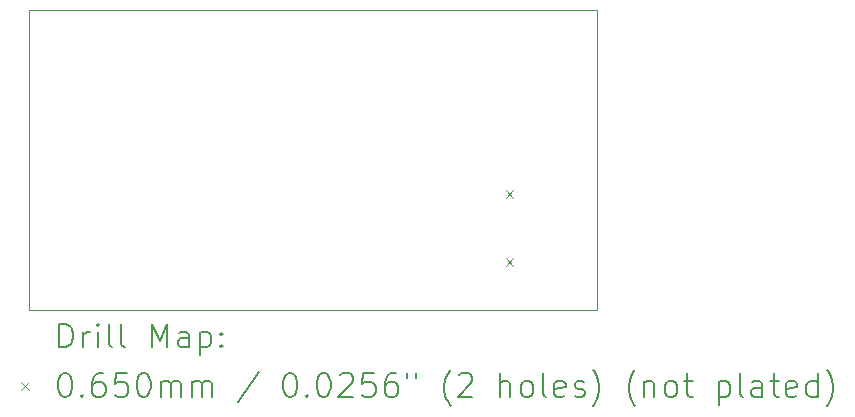
<source format=gbr>
%TF.GenerationSoftware,KiCad,Pcbnew,7.0.9*%
%TF.CreationDate,2024-05-05T23:46:52+02:00*%
%TF.ProjectId,esp32_c3_custom_board,65737033-325f-4633-935f-637573746f6d,rev?*%
%TF.SameCoordinates,Original*%
%TF.FileFunction,Drillmap*%
%TF.FilePolarity,Positive*%
%FSLAX45Y45*%
G04 Gerber Fmt 4.5, Leading zero omitted, Abs format (unit mm)*
G04 Created by KiCad (PCBNEW 7.0.9) date 2024-05-05 23:46:52*
%MOMM*%
%LPD*%
G01*
G04 APERTURE LIST*
%ADD10C,0.100000*%
%ADD11C,0.200000*%
G04 APERTURE END LIST*
D10*
X11054080Y-13111480D02*
X15859760Y-13111480D01*
X15859760Y-15651480D01*
X11054080Y-15651480D01*
X11054080Y-13111480D01*
D11*
D10*
X15088020Y-14638020D02*
X15153020Y-14703020D01*
X15153020Y-14638020D02*
X15088020Y-14703020D01*
X15088020Y-15216020D02*
X15153020Y-15281020D01*
X15153020Y-15216020D02*
X15088020Y-15281020D01*
D11*
X11309857Y-15967964D02*
X11309857Y-15767964D01*
X11309857Y-15767964D02*
X11357476Y-15767964D01*
X11357476Y-15767964D02*
X11386047Y-15777488D01*
X11386047Y-15777488D02*
X11405095Y-15796535D01*
X11405095Y-15796535D02*
X11414619Y-15815583D01*
X11414619Y-15815583D02*
X11424142Y-15853678D01*
X11424142Y-15853678D02*
X11424142Y-15882249D01*
X11424142Y-15882249D02*
X11414619Y-15920345D01*
X11414619Y-15920345D02*
X11405095Y-15939392D01*
X11405095Y-15939392D02*
X11386047Y-15958440D01*
X11386047Y-15958440D02*
X11357476Y-15967964D01*
X11357476Y-15967964D02*
X11309857Y-15967964D01*
X11509857Y-15967964D02*
X11509857Y-15834630D01*
X11509857Y-15872726D02*
X11519381Y-15853678D01*
X11519381Y-15853678D02*
X11528904Y-15844154D01*
X11528904Y-15844154D02*
X11547952Y-15834630D01*
X11547952Y-15834630D02*
X11567000Y-15834630D01*
X11633666Y-15967964D02*
X11633666Y-15834630D01*
X11633666Y-15767964D02*
X11624142Y-15777488D01*
X11624142Y-15777488D02*
X11633666Y-15787011D01*
X11633666Y-15787011D02*
X11643190Y-15777488D01*
X11643190Y-15777488D02*
X11633666Y-15767964D01*
X11633666Y-15767964D02*
X11633666Y-15787011D01*
X11757476Y-15967964D02*
X11738428Y-15958440D01*
X11738428Y-15958440D02*
X11728904Y-15939392D01*
X11728904Y-15939392D02*
X11728904Y-15767964D01*
X11862238Y-15967964D02*
X11843190Y-15958440D01*
X11843190Y-15958440D02*
X11833666Y-15939392D01*
X11833666Y-15939392D02*
X11833666Y-15767964D01*
X12090809Y-15967964D02*
X12090809Y-15767964D01*
X12090809Y-15767964D02*
X12157476Y-15910821D01*
X12157476Y-15910821D02*
X12224142Y-15767964D01*
X12224142Y-15767964D02*
X12224142Y-15967964D01*
X12405095Y-15967964D02*
X12405095Y-15863202D01*
X12405095Y-15863202D02*
X12395571Y-15844154D01*
X12395571Y-15844154D02*
X12376523Y-15834630D01*
X12376523Y-15834630D02*
X12338428Y-15834630D01*
X12338428Y-15834630D02*
X12319381Y-15844154D01*
X12405095Y-15958440D02*
X12386047Y-15967964D01*
X12386047Y-15967964D02*
X12338428Y-15967964D01*
X12338428Y-15967964D02*
X12319381Y-15958440D01*
X12319381Y-15958440D02*
X12309857Y-15939392D01*
X12309857Y-15939392D02*
X12309857Y-15920345D01*
X12309857Y-15920345D02*
X12319381Y-15901297D01*
X12319381Y-15901297D02*
X12338428Y-15891773D01*
X12338428Y-15891773D02*
X12386047Y-15891773D01*
X12386047Y-15891773D02*
X12405095Y-15882249D01*
X12500333Y-15834630D02*
X12500333Y-16034630D01*
X12500333Y-15844154D02*
X12519381Y-15834630D01*
X12519381Y-15834630D02*
X12557476Y-15834630D01*
X12557476Y-15834630D02*
X12576523Y-15844154D01*
X12576523Y-15844154D02*
X12586047Y-15853678D01*
X12586047Y-15853678D02*
X12595571Y-15872726D01*
X12595571Y-15872726D02*
X12595571Y-15929868D01*
X12595571Y-15929868D02*
X12586047Y-15948916D01*
X12586047Y-15948916D02*
X12576523Y-15958440D01*
X12576523Y-15958440D02*
X12557476Y-15967964D01*
X12557476Y-15967964D02*
X12519381Y-15967964D01*
X12519381Y-15967964D02*
X12500333Y-15958440D01*
X12681285Y-15948916D02*
X12690809Y-15958440D01*
X12690809Y-15958440D02*
X12681285Y-15967964D01*
X12681285Y-15967964D02*
X12671762Y-15958440D01*
X12671762Y-15958440D02*
X12681285Y-15948916D01*
X12681285Y-15948916D02*
X12681285Y-15967964D01*
X12681285Y-15844154D02*
X12690809Y-15853678D01*
X12690809Y-15853678D02*
X12681285Y-15863202D01*
X12681285Y-15863202D02*
X12671762Y-15853678D01*
X12671762Y-15853678D02*
X12681285Y-15844154D01*
X12681285Y-15844154D02*
X12681285Y-15863202D01*
D10*
X10984080Y-16263980D02*
X11049080Y-16328980D01*
X11049080Y-16263980D02*
X10984080Y-16328980D01*
D11*
X11347952Y-16187964D02*
X11367000Y-16187964D01*
X11367000Y-16187964D02*
X11386047Y-16197488D01*
X11386047Y-16197488D02*
X11395571Y-16207011D01*
X11395571Y-16207011D02*
X11405095Y-16226059D01*
X11405095Y-16226059D02*
X11414619Y-16264154D01*
X11414619Y-16264154D02*
X11414619Y-16311773D01*
X11414619Y-16311773D02*
X11405095Y-16349868D01*
X11405095Y-16349868D02*
X11395571Y-16368916D01*
X11395571Y-16368916D02*
X11386047Y-16378440D01*
X11386047Y-16378440D02*
X11367000Y-16387964D01*
X11367000Y-16387964D02*
X11347952Y-16387964D01*
X11347952Y-16387964D02*
X11328904Y-16378440D01*
X11328904Y-16378440D02*
X11319381Y-16368916D01*
X11319381Y-16368916D02*
X11309857Y-16349868D01*
X11309857Y-16349868D02*
X11300333Y-16311773D01*
X11300333Y-16311773D02*
X11300333Y-16264154D01*
X11300333Y-16264154D02*
X11309857Y-16226059D01*
X11309857Y-16226059D02*
X11319381Y-16207011D01*
X11319381Y-16207011D02*
X11328904Y-16197488D01*
X11328904Y-16197488D02*
X11347952Y-16187964D01*
X11500333Y-16368916D02*
X11509857Y-16378440D01*
X11509857Y-16378440D02*
X11500333Y-16387964D01*
X11500333Y-16387964D02*
X11490809Y-16378440D01*
X11490809Y-16378440D02*
X11500333Y-16368916D01*
X11500333Y-16368916D02*
X11500333Y-16387964D01*
X11681285Y-16187964D02*
X11643190Y-16187964D01*
X11643190Y-16187964D02*
X11624142Y-16197488D01*
X11624142Y-16197488D02*
X11614619Y-16207011D01*
X11614619Y-16207011D02*
X11595571Y-16235583D01*
X11595571Y-16235583D02*
X11586047Y-16273678D01*
X11586047Y-16273678D02*
X11586047Y-16349868D01*
X11586047Y-16349868D02*
X11595571Y-16368916D01*
X11595571Y-16368916D02*
X11605095Y-16378440D01*
X11605095Y-16378440D02*
X11624142Y-16387964D01*
X11624142Y-16387964D02*
X11662238Y-16387964D01*
X11662238Y-16387964D02*
X11681285Y-16378440D01*
X11681285Y-16378440D02*
X11690809Y-16368916D01*
X11690809Y-16368916D02*
X11700333Y-16349868D01*
X11700333Y-16349868D02*
X11700333Y-16302249D01*
X11700333Y-16302249D02*
X11690809Y-16283202D01*
X11690809Y-16283202D02*
X11681285Y-16273678D01*
X11681285Y-16273678D02*
X11662238Y-16264154D01*
X11662238Y-16264154D02*
X11624142Y-16264154D01*
X11624142Y-16264154D02*
X11605095Y-16273678D01*
X11605095Y-16273678D02*
X11595571Y-16283202D01*
X11595571Y-16283202D02*
X11586047Y-16302249D01*
X11881285Y-16187964D02*
X11786047Y-16187964D01*
X11786047Y-16187964D02*
X11776523Y-16283202D01*
X11776523Y-16283202D02*
X11786047Y-16273678D01*
X11786047Y-16273678D02*
X11805095Y-16264154D01*
X11805095Y-16264154D02*
X11852714Y-16264154D01*
X11852714Y-16264154D02*
X11871762Y-16273678D01*
X11871762Y-16273678D02*
X11881285Y-16283202D01*
X11881285Y-16283202D02*
X11890809Y-16302249D01*
X11890809Y-16302249D02*
X11890809Y-16349868D01*
X11890809Y-16349868D02*
X11881285Y-16368916D01*
X11881285Y-16368916D02*
X11871762Y-16378440D01*
X11871762Y-16378440D02*
X11852714Y-16387964D01*
X11852714Y-16387964D02*
X11805095Y-16387964D01*
X11805095Y-16387964D02*
X11786047Y-16378440D01*
X11786047Y-16378440D02*
X11776523Y-16368916D01*
X12014619Y-16187964D02*
X12033666Y-16187964D01*
X12033666Y-16187964D02*
X12052714Y-16197488D01*
X12052714Y-16197488D02*
X12062238Y-16207011D01*
X12062238Y-16207011D02*
X12071762Y-16226059D01*
X12071762Y-16226059D02*
X12081285Y-16264154D01*
X12081285Y-16264154D02*
X12081285Y-16311773D01*
X12081285Y-16311773D02*
X12071762Y-16349868D01*
X12071762Y-16349868D02*
X12062238Y-16368916D01*
X12062238Y-16368916D02*
X12052714Y-16378440D01*
X12052714Y-16378440D02*
X12033666Y-16387964D01*
X12033666Y-16387964D02*
X12014619Y-16387964D01*
X12014619Y-16387964D02*
X11995571Y-16378440D01*
X11995571Y-16378440D02*
X11986047Y-16368916D01*
X11986047Y-16368916D02*
X11976523Y-16349868D01*
X11976523Y-16349868D02*
X11967000Y-16311773D01*
X11967000Y-16311773D02*
X11967000Y-16264154D01*
X11967000Y-16264154D02*
X11976523Y-16226059D01*
X11976523Y-16226059D02*
X11986047Y-16207011D01*
X11986047Y-16207011D02*
X11995571Y-16197488D01*
X11995571Y-16197488D02*
X12014619Y-16187964D01*
X12167000Y-16387964D02*
X12167000Y-16254630D01*
X12167000Y-16273678D02*
X12176523Y-16264154D01*
X12176523Y-16264154D02*
X12195571Y-16254630D01*
X12195571Y-16254630D02*
X12224143Y-16254630D01*
X12224143Y-16254630D02*
X12243190Y-16264154D01*
X12243190Y-16264154D02*
X12252714Y-16283202D01*
X12252714Y-16283202D02*
X12252714Y-16387964D01*
X12252714Y-16283202D02*
X12262238Y-16264154D01*
X12262238Y-16264154D02*
X12281285Y-16254630D01*
X12281285Y-16254630D02*
X12309857Y-16254630D01*
X12309857Y-16254630D02*
X12328904Y-16264154D01*
X12328904Y-16264154D02*
X12338428Y-16283202D01*
X12338428Y-16283202D02*
X12338428Y-16387964D01*
X12433666Y-16387964D02*
X12433666Y-16254630D01*
X12433666Y-16273678D02*
X12443190Y-16264154D01*
X12443190Y-16264154D02*
X12462238Y-16254630D01*
X12462238Y-16254630D02*
X12490809Y-16254630D01*
X12490809Y-16254630D02*
X12509857Y-16264154D01*
X12509857Y-16264154D02*
X12519381Y-16283202D01*
X12519381Y-16283202D02*
X12519381Y-16387964D01*
X12519381Y-16283202D02*
X12528904Y-16264154D01*
X12528904Y-16264154D02*
X12547952Y-16254630D01*
X12547952Y-16254630D02*
X12576523Y-16254630D01*
X12576523Y-16254630D02*
X12595571Y-16264154D01*
X12595571Y-16264154D02*
X12605095Y-16283202D01*
X12605095Y-16283202D02*
X12605095Y-16387964D01*
X12995571Y-16178440D02*
X12824143Y-16435583D01*
X13252714Y-16187964D02*
X13271762Y-16187964D01*
X13271762Y-16187964D02*
X13290809Y-16197488D01*
X13290809Y-16197488D02*
X13300333Y-16207011D01*
X13300333Y-16207011D02*
X13309857Y-16226059D01*
X13309857Y-16226059D02*
X13319381Y-16264154D01*
X13319381Y-16264154D02*
X13319381Y-16311773D01*
X13319381Y-16311773D02*
X13309857Y-16349868D01*
X13309857Y-16349868D02*
X13300333Y-16368916D01*
X13300333Y-16368916D02*
X13290809Y-16378440D01*
X13290809Y-16378440D02*
X13271762Y-16387964D01*
X13271762Y-16387964D02*
X13252714Y-16387964D01*
X13252714Y-16387964D02*
X13233666Y-16378440D01*
X13233666Y-16378440D02*
X13224143Y-16368916D01*
X13224143Y-16368916D02*
X13214619Y-16349868D01*
X13214619Y-16349868D02*
X13205095Y-16311773D01*
X13205095Y-16311773D02*
X13205095Y-16264154D01*
X13205095Y-16264154D02*
X13214619Y-16226059D01*
X13214619Y-16226059D02*
X13224143Y-16207011D01*
X13224143Y-16207011D02*
X13233666Y-16197488D01*
X13233666Y-16197488D02*
X13252714Y-16187964D01*
X13405095Y-16368916D02*
X13414619Y-16378440D01*
X13414619Y-16378440D02*
X13405095Y-16387964D01*
X13405095Y-16387964D02*
X13395571Y-16378440D01*
X13395571Y-16378440D02*
X13405095Y-16368916D01*
X13405095Y-16368916D02*
X13405095Y-16387964D01*
X13538428Y-16187964D02*
X13557476Y-16187964D01*
X13557476Y-16187964D02*
X13576524Y-16197488D01*
X13576524Y-16197488D02*
X13586047Y-16207011D01*
X13586047Y-16207011D02*
X13595571Y-16226059D01*
X13595571Y-16226059D02*
X13605095Y-16264154D01*
X13605095Y-16264154D02*
X13605095Y-16311773D01*
X13605095Y-16311773D02*
X13595571Y-16349868D01*
X13595571Y-16349868D02*
X13586047Y-16368916D01*
X13586047Y-16368916D02*
X13576524Y-16378440D01*
X13576524Y-16378440D02*
X13557476Y-16387964D01*
X13557476Y-16387964D02*
X13538428Y-16387964D01*
X13538428Y-16387964D02*
X13519381Y-16378440D01*
X13519381Y-16378440D02*
X13509857Y-16368916D01*
X13509857Y-16368916D02*
X13500333Y-16349868D01*
X13500333Y-16349868D02*
X13490809Y-16311773D01*
X13490809Y-16311773D02*
X13490809Y-16264154D01*
X13490809Y-16264154D02*
X13500333Y-16226059D01*
X13500333Y-16226059D02*
X13509857Y-16207011D01*
X13509857Y-16207011D02*
X13519381Y-16197488D01*
X13519381Y-16197488D02*
X13538428Y-16187964D01*
X13681286Y-16207011D02*
X13690809Y-16197488D01*
X13690809Y-16197488D02*
X13709857Y-16187964D01*
X13709857Y-16187964D02*
X13757476Y-16187964D01*
X13757476Y-16187964D02*
X13776524Y-16197488D01*
X13776524Y-16197488D02*
X13786047Y-16207011D01*
X13786047Y-16207011D02*
X13795571Y-16226059D01*
X13795571Y-16226059D02*
X13795571Y-16245107D01*
X13795571Y-16245107D02*
X13786047Y-16273678D01*
X13786047Y-16273678D02*
X13671762Y-16387964D01*
X13671762Y-16387964D02*
X13795571Y-16387964D01*
X13976524Y-16187964D02*
X13881286Y-16187964D01*
X13881286Y-16187964D02*
X13871762Y-16283202D01*
X13871762Y-16283202D02*
X13881286Y-16273678D01*
X13881286Y-16273678D02*
X13900333Y-16264154D01*
X13900333Y-16264154D02*
X13947952Y-16264154D01*
X13947952Y-16264154D02*
X13967000Y-16273678D01*
X13967000Y-16273678D02*
X13976524Y-16283202D01*
X13976524Y-16283202D02*
X13986047Y-16302249D01*
X13986047Y-16302249D02*
X13986047Y-16349868D01*
X13986047Y-16349868D02*
X13976524Y-16368916D01*
X13976524Y-16368916D02*
X13967000Y-16378440D01*
X13967000Y-16378440D02*
X13947952Y-16387964D01*
X13947952Y-16387964D02*
X13900333Y-16387964D01*
X13900333Y-16387964D02*
X13881286Y-16378440D01*
X13881286Y-16378440D02*
X13871762Y-16368916D01*
X14157476Y-16187964D02*
X14119381Y-16187964D01*
X14119381Y-16187964D02*
X14100333Y-16197488D01*
X14100333Y-16197488D02*
X14090809Y-16207011D01*
X14090809Y-16207011D02*
X14071762Y-16235583D01*
X14071762Y-16235583D02*
X14062238Y-16273678D01*
X14062238Y-16273678D02*
X14062238Y-16349868D01*
X14062238Y-16349868D02*
X14071762Y-16368916D01*
X14071762Y-16368916D02*
X14081286Y-16378440D01*
X14081286Y-16378440D02*
X14100333Y-16387964D01*
X14100333Y-16387964D02*
X14138428Y-16387964D01*
X14138428Y-16387964D02*
X14157476Y-16378440D01*
X14157476Y-16378440D02*
X14167000Y-16368916D01*
X14167000Y-16368916D02*
X14176524Y-16349868D01*
X14176524Y-16349868D02*
X14176524Y-16302249D01*
X14176524Y-16302249D02*
X14167000Y-16283202D01*
X14167000Y-16283202D02*
X14157476Y-16273678D01*
X14157476Y-16273678D02*
X14138428Y-16264154D01*
X14138428Y-16264154D02*
X14100333Y-16264154D01*
X14100333Y-16264154D02*
X14081286Y-16273678D01*
X14081286Y-16273678D02*
X14071762Y-16283202D01*
X14071762Y-16283202D02*
X14062238Y-16302249D01*
X14252714Y-16187964D02*
X14252714Y-16226059D01*
X14328905Y-16187964D02*
X14328905Y-16226059D01*
X14624143Y-16464154D02*
X14614619Y-16454630D01*
X14614619Y-16454630D02*
X14595571Y-16426059D01*
X14595571Y-16426059D02*
X14586048Y-16407011D01*
X14586048Y-16407011D02*
X14576524Y-16378440D01*
X14576524Y-16378440D02*
X14567000Y-16330821D01*
X14567000Y-16330821D02*
X14567000Y-16292726D01*
X14567000Y-16292726D02*
X14576524Y-16245107D01*
X14576524Y-16245107D02*
X14586048Y-16216535D01*
X14586048Y-16216535D02*
X14595571Y-16197488D01*
X14595571Y-16197488D02*
X14614619Y-16168916D01*
X14614619Y-16168916D02*
X14624143Y-16159392D01*
X14690809Y-16207011D02*
X14700333Y-16197488D01*
X14700333Y-16197488D02*
X14719381Y-16187964D01*
X14719381Y-16187964D02*
X14767000Y-16187964D01*
X14767000Y-16187964D02*
X14786048Y-16197488D01*
X14786048Y-16197488D02*
X14795571Y-16207011D01*
X14795571Y-16207011D02*
X14805095Y-16226059D01*
X14805095Y-16226059D02*
X14805095Y-16245107D01*
X14805095Y-16245107D02*
X14795571Y-16273678D01*
X14795571Y-16273678D02*
X14681286Y-16387964D01*
X14681286Y-16387964D02*
X14805095Y-16387964D01*
X15043190Y-16387964D02*
X15043190Y-16187964D01*
X15128905Y-16387964D02*
X15128905Y-16283202D01*
X15128905Y-16283202D02*
X15119381Y-16264154D01*
X15119381Y-16264154D02*
X15100333Y-16254630D01*
X15100333Y-16254630D02*
X15071762Y-16254630D01*
X15071762Y-16254630D02*
X15052714Y-16264154D01*
X15052714Y-16264154D02*
X15043190Y-16273678D01*
X15252714Y-16387964D02*
X15233667Y-16378440D01*
X15233667Y-16378440D02*
X15224143Y-16368916D01*
X15224143Y-16368916D02*
X15214619Y-16349868D01*
X15214619Y-16349868D02*
X15214619Y-16292726D01*
X15214619Y-16292726D02*
X15224143Y-16273678D01*
X15224143Y-16273678D02*
X15233667Y-16264154D01*
X15233667Y-16264154D02*
X15252714Y-16254630D01*
X15252714Y-16254630D02*
X15281286Y-16254630D01*
X15281286Y-16254630D02*
X15300333Y-16264154D01*
X15300333Y-16264154D02*
X15309857Y-16273678D01*
X15309857Y-16273678D02*
X15319381Y-16292726D01*
X15319381Y-16292726D02*
X15319381Y-16349868D01*
X15319381Y-16349868D02*
X15309857Y-16368916D01*
X15309857Y-16368916D02*
X15300333Y-16378440D01*
X15300333Y-16378440D02*
X15281286Y-16387964D01*
X15281286Y-16387964D02*
X15252714Y-16387964D01*
X15433667Y-16387964D02*
X15414619Y-16378440D01*
X15414619Y-16378440D02*
X15405095Y-16359392D01*
X15405095Y-16359392D02*
X15405095Y-16187964D01*
X15586048Y-16378440D02*
X15567000Y-16387964D01*
X15567000Y-16387964D02*
X15528905Y-16387964D01*
X15528905Y-16387964D02*
X15509857Y-16378440D01*
X15509857Y-16378440D02*
X15500333Y-16359392D01*
X15500333Y-16359392D02*
X15500333Y-16283202D01*
X15500333Y-16283202D02*
X15509857Y-16264154D01*
X15509857Y-16264154D02*
X15528905Y-16254630D01*
X15528905Y-16254630D02*
X15567000Y-16254630D01*
X15567000Y-16254630D02*
X15586048Y-16264154D01*
X15586048Y-16264154D02*
X15595571Y-16283202D01*
X15595571Y-16283202D02*
X15595571Y-16302249D01*
X15595571Y-16302249D02*
X15500333Y-16321297D01*
X15671762Y-16378440D02*
X15690810Y-16387964D01*
X15690810Y-16387964D02*
X15728905Y-16387964D01*
X15728905Y-16387964D02*
X15747952Y-16378440D01*
X15747952Y-16378440D02*
X15757476Y-16359392D01*
X15757476Y-16359392D02*
X15757476Y-16349868D01*
X15757476Y-16349868D02*
X15747952Y-16330821D01*
X15747952Y-16330821D02*
X15728905Y-16321297D01*
X15728905Y-16321297D02*
X15700333Y-16321297D01*
X15700333Y-16321297D02*
X15681286Y-16311773D01*
X15681286Y-16311773D02*
X15671762Y-16292726D01*
X15671762Y-16292726D02*
X15671762Y-16283202D01*
X15671762Y-16283202D02*
X15681286Y-16264154D01*
X15681286Y-16264154D02*
X15700333Y-16254630D01*
X15700333Y-16254630D02*
X15728905Y-16254630D01*
X15728905Y-16254630D02*
X15747952Y-16264154D01*
X15824143Y-16464154D02*
X15833667Y-16454630D01*
X15833667Y-16454630D02*
X15852714Y-16426059D01*
X15852714Y-16426059D02*
X15862238Y-16407011D01*
X15862238Y-16407011D02*
X15871762Y-16378440D01*
X15871762Y-16378440D02*
X15881286Y-16330821D01*
X15881286Y-16330821D02*
X15881286Y-16292726D01*
X15881286Y-16292726D02*
X15871762Y-16245107D01*
X15871762Y-16245107D02*
X15862238Y-16216535D01*
X15862238Y-16216535D02*
X15852714Y-16197488D01*
X15852714Y-16197488D02*
X15833667Y-16168916D01*
X15833667Y-16168916D02*
X15824143Y-16159392D01*
X16186048Y-16464154D02*
X16176524Y-16454630D01*
X16176524Y-16454630D02*
X16157476Y-16426059D01*
X16157476Y-16426059D02*
X16147952Y-16407011D01*
X16147952Y-16407011D02*
X16138429Y-16378440D01*
X16138429Y-16378440D02*
X16128905Y-16330821D01*
X16128905Y-16330821D02*
X16128905Y-16292726D01*
X16128905Y-16292726D02*
X16138429Y-16245107D01*
X16138429Y-16245107D02*
X16147952Y-16216535D01*
X16147952Y-16216535D02*
X16157476Y-16197488D01*
X16157476Y-16197488D02*
X16176524Y-16168916D01*
X16176524Y-16168916D02*
X16186048Y-16159392D01*
X16262238Y-16254630D02*
X16262238Y-16387964D01*
X16262238Y-16273678D02*
X16271762Y-16264154D01*
X16271762Y-16264154D02*
X16290810Y-16254630D01*
X16290810Y-16254630D02*
X16319381Y-16254630D01*
X16319381Y-16254630D02*
X16338429Y-16264154D01*
X16338429Y-16264154D02*
X16347952Y-16283202D01*
X16347952Y-16283202D02*
X16347952Y-16387964D01*
X16471762Y-16387964D02*
X16452714Y-16378440D01*
X16452714Y-16378440D02*
X16443191Y-16368916D01*
X16443191Y-16368916D02*
X16433667Y-16349868D01*
X16433667Y-16349868D02*
X16433667Y-16292726D01*
X16433667Y-16292726D02*
X16443191Y-16273678D01*
X16443191Y-16273678D02*
X16452714Y-16264154D01*
X16452714Y-16264154D02*
X16471762Y-16254630D01*
X16471762Y-16254630D02*
X16500333Y-16254630D01*
X16500333Y-16254630D02*
X16519381Y-16264154D01*
X16519381Y-16264154D02*
X16528905Y-16273678D01*
X16528905Y-16273678D02*
X16538429Y-16292726D01*
X16538429Y-16292726D02*
X16538429Y-16349868D01*
X16538429Y-16349868D02*
X16528905Y-16368916D01*
X16528905Y-16368916D02*
X16519381Y-16378440D01*
X16519381Y-16378440D02*
X16500333Y-16387964D01*
X16500333Y-16387964D02*
X16471762Y-16387964D01*
X16595572Y-16254630D02*
X16671762Y-16254630D01*
X16624143Y-16187964D02*
X16624143Y-16359392D01*
X16624143Y-16359392D02*
X16633667Y-16378440D01*
X16633667Y-16378440D02*
X16652714Y-16387964D01*
X16652714Y-16387964D02*
X16671762Y-16387964D01*
X16890810Y-16254630D02*
X16890810Y-16454630D01*
X16890810Y-16264154D02*
X16909857Y-16254630D01*
X16909857Y-16254630D02*
X16947953Y-16254630D01*
X16947953Y-16254630D02*
X16967000Y-16264154D01*
X16967000Y-16264154D02*
X16976524Y-16273678D01*
X16976524Y-16273678D02*
X16986048Y-16292726D01*
X16986048Y-16292726D02*
X16986048Y-16349868D01*
X16986048Y-16349868D02*
X16976524Y-16368916D01*
X16976524Y-16368916D02*
X16967000Y-16378440D01*
X16967000Y-16378440D02*
X16947953Y-16387964D01*
X16947953Y-16387964D02*
X16909857Y-16387964D01*
X16909857Y-16387964D02*
X16890810Y-16378440D01*
X17100334Y-16387964D02*
X17081286Y-16378440D01*
X17081286Y-16378440D02*
X17071762Y-16359392D01*
X17071762Y-16359392D02*
X17071762Y-16187964D01*
X17262238Y-16387964D02*
X17262238Y-16283202D01*
X17262238Y-16283202D02*
X17252715Y-16264154D01*
X17252715Y-16264154D02*
X17233667Y-16254630D01*
X17233667Y-16254630D02*
X17195572Y-16254630D01*
X17195572Y-16254630D02*
X17176524Y-16264154D01*
X17262238Y-16378440D02*
X17243191Y-16387964D01*
X17243191Y-16387964D02*
X17195572Y-16387964D01*
X17195572Y-16387964D02*
X17176524Y-16378440D01*
X17176524Y-16378440D02*
X17167000Y-16359392D01*
X17167000Y-16359392D02*
X17167000Y-16340345D01*
X17167000Y-16340345D02*
X17176524Y-16321297D01*
X17176524Y-16321297D02*
X17195572Y-16311773D01*
X17195572Y-16311773D02*
X17243191Y-16311773D01*
X17243191Y-16311773D02*
X17262238Y-16302249D01*
X17328905Y-16254630D02*
X17405095Y-16254630D01*
X17357476Y-16187964D02*
X17357476Y-16359392D01*
X17357476Y-16359392D02*
X17367000Y-16378440D01*
X17367000Y-16378440D02*
X17386048Y-16387964D01*
X17386048Y-16387964D02*
X17405095Y-16387964D01*
X17547953Y-16378440D02*
X17528905Y-16387964D01*
X17528905Y-16387964D02*
X17490810Y-16387964D01*
X17490810Y-16387964D02*
X17471762Y-16378440D01*
X17471762Y-16378440D02*
X17462238Y-16359392D01*
X17462238Y-16359392D02*
X17462238Y-16283202D01*
X17462238Y-16283202D02*
X17471762Y-16264154D01*
X17471762Y-16264154D02*
X17490810Y-16254630D01*
X17490810Y-16254630D02*
X17528905Y-16254630D01*
X17528905Y-16254630D02*
X17547953Y-16264154D01*
X17547953Y-16264154D02*
X17557476Y-16283202D01*
X17557476Y-16283202D02*
X17557476Y-16302249D01*
X17557476Y-16302249D02*
X17462238Y-16321297D01*
X17728905Y-16387964D02*
X17728905Y-16187964D01*
X17728905Y-16378440D02*
X17709857Y-16387964D01*
X17709857Y-16387964D02*
X17671762Y-16387964D01*
X17671762Y-16387964D02*
X17652715Y-16378440D01*
X17652715Y-16378440D02*
X17643191Y-16368916D01*
X17643191Y-16368916D02*
X17633667Y-16349868D01*
X17633667Y-16349868D02*
X17633667Y-16292726D01*
X17633667Y-16292726D02*
X17643191Y-16273678D01*
X17643191Y-16273678D02*
X17652715Y-16264154D01*
X17652715Y-16264154D02*
X17671762Y-16254630D01*
X17671762Y-16254630D02*
X17709857Y-16254630D01*
X17709857Y-16254630D02*
X17728905Y-16264154D01*
X17805096Y-16464154D02*
X17814619Y-16454630D01*
X17814619Y-16454630D02*
X17833667Y-16426059D01*
X17833667Y-16426059D02*
X17843191Y-16407011D01*
X17843191Y-16407011D02*
X17852715Y-16378440D01*
X17852715Y-16378440D02*
X17862238Y-16330821D01*
X17862238Y-16330821D02*
X17862238Y-16292726D01*
X17862238Y-16292726D02*
X17852715Y-16245107D01*
X17852715Y-16245107D02*
X17843191Y-16216535D01*
X17843191Y-16216535D02*
X17833667Y-16197488D01*
X17833667Y-16197488D02*
X17814619Y-16168916D01*
X17814619Y-16168916D02*
X17805096Y-16159392D01*
M02*

</source>
